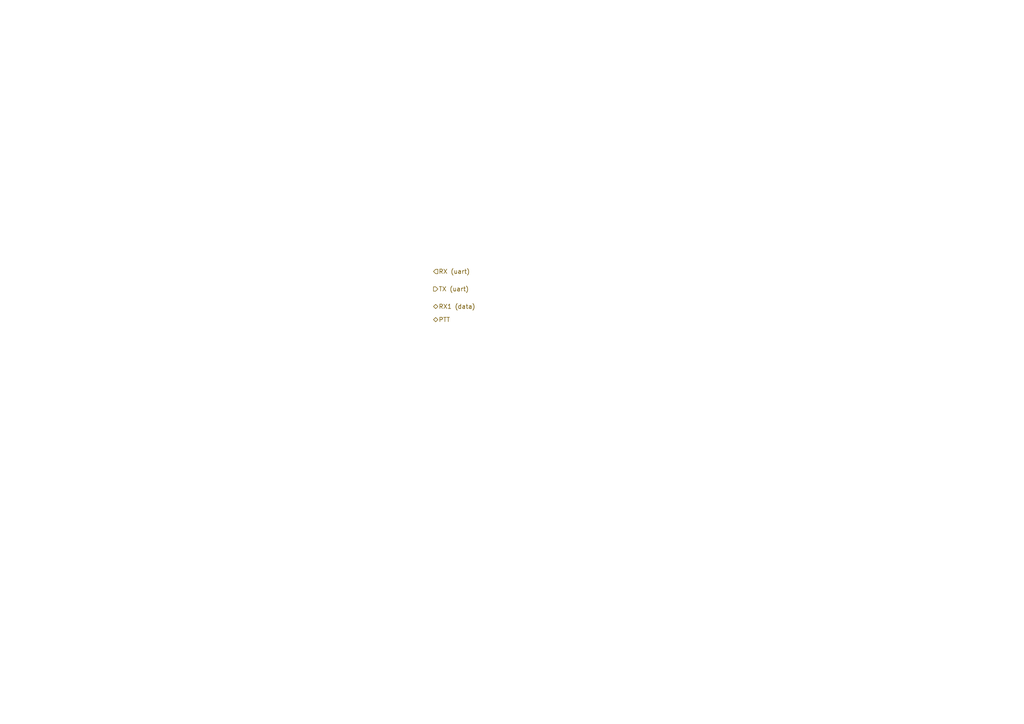
<source format=kicad_sch>
(kicad_sch (version 20230121) (generator eeschema)
  (paper "A4")
  (lib_symbols)
  (hierarchical_label "TX (uart)" (shape output) (at 125.73 83.82 0))
  (hierarchical_label "RX (uart)" (shape input) (at 125.73 78.74 0))
  (hierarchical_label "RX1 (data)" (shape bidirectional) (at 125.73 88.9 0))
  (hierarchical_label "PTT" (shape bidirectional) (at 125.73 92.71 0))
)
</source>
